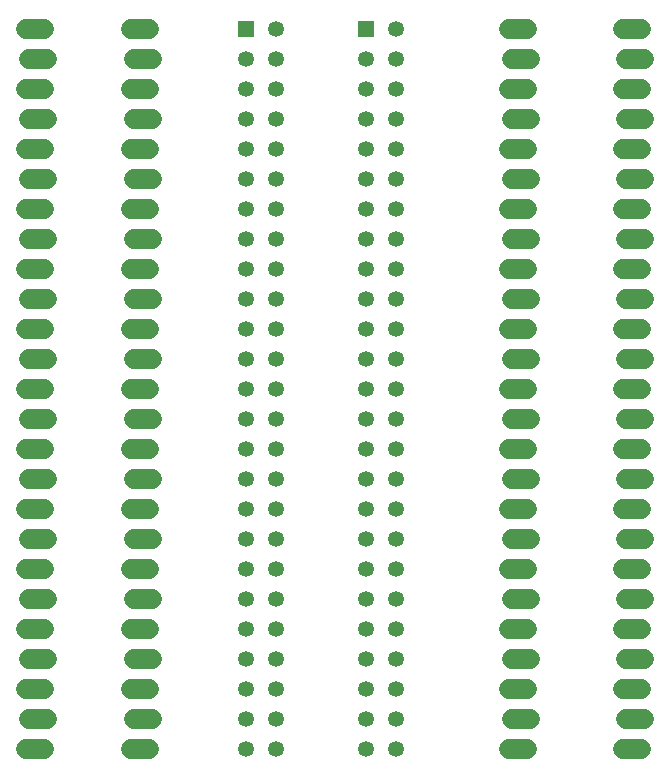
<source format=gts>
G75*
%MOIN*%
%OFA0B0*%
%FSLAX24Y24*%
%IPPOS*%
%LPD*%
%AMOC8*
5,1,8,0,0,1.08239X$1,22.5*
%
%ADD10R,0.0532X0.0532*%
%ADD11C,0.0532*%
%ADD12C,0.0660*%
D10*
X008680Y025805D03*
X012680Y025805D03*
D11*
X012680Y024805D03*
X012680Y023805D03*
X013680Y023805D03*
X013680Y024805D03*
X013680Y025805D03*
X013680Y022805D03*
X013680Y021805D03*
X013680Y020805D03*
X012680Y020805D03*
X012680Y021805D03*
X012680Y022805D03*
X012680Y019805D03*
X012680Y018805D03*
X013680Y018805D03*
X013680Y019805D03*
X013680Y017805D03*
X013680Y016805D03*
X013680Y015805D03*
X012680Y015805D03*
X012680Y016805D03*
X012680Y017805D03*
X012680Y014805D03*
X012680Y013805D03*
X012680Y012805D03*
X013680Y012805D03*
X013680Y013805D03*
X013680Y014805D03*
X013680Y011805D03*
X013680Y010805D03*
X012680Y010805D03*
X012680Y011805D03*
X012680Y009805D03*
X012680Y008805D03*
X012680Y007805D03*
X013680Y007805D03*
X013680Y008805D03*
X013680Y009805D03*
X013680Y006805D03*
X013680Y005805D03*
X013680Y004805D03*
X012680Y004805D03*
X012680Y005805D03*
X012680Y006805D03*
X012680Y003805D03*
X012680Y002805D03*
X012680Y001805D03*
X013680Y001805D03*
X013680Y002805D03*
X013680Y003805D03*
X009680Y003805D03*
X009680Y002805D03*
X009680Y001805D03*
X008680Y001805D03*
X008680Y002805D03*
X008680Y003805D03*
X008680Y004805D03*
X008680Y005805D03*
X008680Y006805D03*
X008680Y007805D03*
X008680Y008805D03*
X008680Y009805D03*
X008680Y010805D03*
X008680Y011805D03*
X008680Y012805D03*
X008680Y013805D03*
X008680Y014805D03*
X008680Y015805D03*
X008680Y016805D03*
X008680Y017805D03*
X008680Y018805D03*
X008680Y019805D03*
X008680Y020805D03*
X008680Y021805D03*
X008680Y022805D03*
X008680Y023805D03*
X008680Y024805D03*
X009680Y024805D03*
X009680Y025805D03*
X009680Y023805D03*
X009680Y022805D03*
X009680Y021805D03*
X009680Y020805D03*
X009680Y019805D03*
X009680Y018805D03*
X009680Y017805D03*
X009680Y016805D03*
X009680Y015805D03*
X009680Y014805D03*
X009680Y013805D03*
X009680Y012805D03*
X009680Y011805D03*
X009680Y010805D03*
X009680Y009805D03*
X009680Y008805D03*
X009680Y007805D03*
X009680Y006805D03*
X009680Y005805D03*
X009680Y004805D03*
D12*
X001930Y001805D02*
X001330Y001805D01*
X001430Y002805D02*
X002030Y002805D01*
X001930Y003805D02*
X001330Y003805D01*
X001430Y004805D02*
X002030Y004805D01*
X001930Y005805D02*
X001330Y005805D01*
X001430Y006805D02*
X002030Y006805D01*
X001930Y007805D02*
X001330Y007805D01*
X001430Y008805D02*
X002030Y008805D01*
X001930Y009805D02*
X001330Y009805D01*
X001430Y010805D02*
X002030Y010805D01*
X001930Y011805D02*
X001330Y011805D01*
X001430Y012805D02*
X002030Y012805D01*
X001930Y013805D02*
X001330Y013805D01*
X001430Y014805D02*
X002030Y014805D01*
X001930Y015805D02*
X001330Y015805D01*
X001430Y016805D02*
X002030Y016805D01*
X001930Y017805D02*
X001330Y017805D01*
X001430Y018805D02*
X002030Y018805D01*
X001930Y019805D02*
X001330Y019805D01*
X001430Y020805D02*
X002030Y020805D01*
X001930Y021805D02*
X001330Y021805D01*
X001430Y022805D02*
X002030Y022805D01*
X001930Y023805D02*
X001330Y023805D01*
X001430Y024805D02*
X002030Y024805D01*
X001930Y025805D02*
X001330Y025805D01*
X004830Y025805D02*
X005430Y025805D01*
X005530Y024805D02*
X004930Y024805D01*
X004830Y023805D02*
X005430Y023805D01*
X005530Y022805D02*
X004930Y022805D01*
X004830Y021805D02*
X005430Y021805D01*
X005530Y020805D02*
X004930Y020805D01*
X004830Y019805D02*
X005430Y019805D01*
X005530Y018805D02*
X004930Y018805D01*
X004830Y017805D02*
X005430Y017805D01*
X005530Y016805D02*
X004930Y016805D01*
X004830Y015805D02*
X005430Y015805D01*
X005530Y014805D02*
X004930Y014805D01*
X004830Y013805D02*
X005430Y013805D01*
X005530Y012805D02*
X004930Y012805D01*
X004830Y011805D02*
X005430Y011805D01*
X005530Y010805D02*
X004930Y010805D01*
X004830Y009805D02*
X005430Y009805D01*
X005530Y008805D02*
X004930Y008805D01*
X004830Y007805D02*
X005430Y007805D01*
X005530Y006805D02*
X004930Y006805D01*
X004830Y005805D02*
X005430Y005805D01*
X005530Y004805D02*
X004930Y004805D01*
X004830Y003805D02*
X005430Y003805D01*
X005530Y002805D02*
X004930Y002805D01*
X004830Y001805D02*
X005430Y001805D01*
X017430Y001805D02*
X018030Y001805D01*
X018130Y002805D02*
X017530Y002805D01*
X017430Y003805D02*
X018030Y003805D01*
X018130Y004805D02*
X017530Y004805D01*
X017430Y005805D02*
X018030Y005805D01*
X018130Y006805D02*
X017530Y006805D01*
X017430Y007805D02*
X018030Y007805D01*
X018130Y008805D02*
X017530Y008805D01*
X017430Y009805D02*
X018030Y009805D01*
X018130Y010805D02*
X017530Y010805D01*
X017430Y011805D02*
X018030Y011805D01*
X018130Y012805D02*
X017530Y012805D01*
X017430Y013805D02*
X018030Y013805D01*
X018130Y014805D02*
X017530Y014805D01*
X017430Y015805D02*
X018030Y015805D01*
X018130Y016805D02*
X017530Y016805D01*
X017430Y017805D02*
X018030Y017805D01*
X018130Y018805D02*
X017530Y018805D01*
X017430Y019805D02*
X018030Y019805D01*
X018130Y020805D02*
X017530Y020805D01*
X017430Y021805D02*
X018030Y021805D01*
X018130Y022805D02*
X017530Y022805D01*
X017430Y023805D02*
X018030Y023805D01*
X018130Y024805D02*
X017530Y024805D01*
X017430Y025805D02*
X018030Y025805D01*
X021230Y025805D02*
X021830Y025805D01*
X021930Y024805D02*
X021330Y024805D01*
X021230Y023805D02*
X021830Y023805D01*
X021930Y022805D02*
X021330Y022805D01*
X021230Y021805D02*
X021830Y021805D01*
X021930Y020805D02*
X021330Y020805D01*
X021230Y019805D02*
X021830Y019805D01*
X021930Y018805D02*
X021330Y018805D01*
X021230Y017805D02*
X021830Y017805D01*
X021930Y016805D02*
X021330Y016805D01*
X021230Y015805D02*
X021830Y015805D01*
X021930Y014805D02*
X021330Y014805D01*
X021230Y013805D02*
X021830Y013805D01*
X021930Y012805D02*
X021330Y012805D01*
X021230Y011805D02*
X021830Y011805D01*
X021930Y010805D02*
X021330Y010805D01*
X021230Y009805D02*
X021830Y009805D01*
X021930Y008805D02*
X021330Y008805D01*
X021230Y007805D02*
X021830Y007805D01*
X021930Y006805D02*
X021330Y006805D01*
X021230Y005805D02*
X021830Y005805D01*
X021930Y004805D02*
X021330Y004805D01*
X021230Y003805D02*
X021830Y003805D01*
X021930Y002805D02*
X021330Y002805D01*
X021230Y001805D02*
X021830Y001805D01*
M02*

</source>
